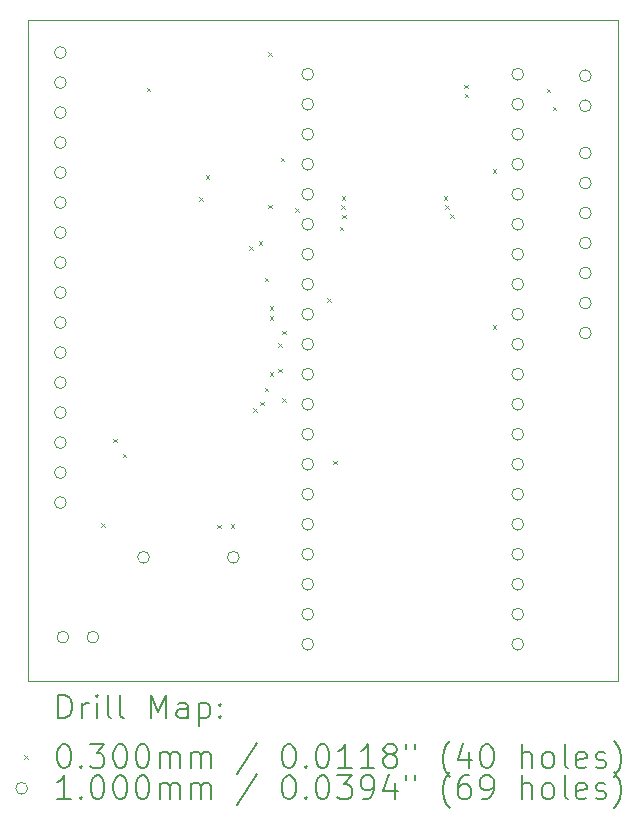
<source format=gbr>
%TF.GenerationSoftware,KiCad,Pcbnew,9.0.2*%
%TF.CreationDate,2025-07-08T19:24:18+03:00*%
%TF.ProjectId,PCB,5043422e-6b69-4636-9164-5f7063625858,rev?*%
%TF.SameCoordinates,Original*%
%TF.FileFunction,Drillmap*%
%TF.FilePolarity,Positive*%
%FSLAX45Y45*%
G04 Gerber Fmt 4.5, Leading zero omitted, Abs format (unit mm)*
G04 Created by KiCad (PCBNEW 9.0.2) date 2025-07-08 19:24:18*
%MOMM*%
%LPD*%
G01*
G04 APERTURE LIST*
%ADD10C,0.038100*%
%ADD11C,0.200000*%
%ADD12C,0.100000*%
G04 APERTURE END LIST*
D10*
X11400000Y-10600000D02*
X11400000Y-5000000D01*
X16400000Y-5000000D02*
X16400000Y-10600000D01*
X16400000Y-10600000D02*
X11400000Y-10600000D01*
X11400000Y-5000000D02*
X16400000Y-5000000D01*
D11*
D12*
X12021250Y-9261250D02*
X12051250Y-9291250D01*
X12051250Y-9261250D02*
X12021250Y-9291250D01*
X12125000Y-8545000D02*
X12155000Y-8575000D01*
X12155000Y-8545000D02*
X12125000Y-8575000D01*
X12202500Y-8675000D02*
X12232500Y-8705000D01*
X12232500Y-8675000D02*
X12202500Y-8705000D01*
X12405000Y-5575000D02*
X12435000Y-5605000D01*
X12435000Y-5575000D02*
X12405000Y-5605000D01*
X12852300Y-6503800D02*
X12882300Y-6533800D01*
X12882300Y-6503800D02*
X12852300Y-6533800D01*
X12905000Y-6315000D02*
X12935000Y-6345000D01*
X12935000Y-6315000D02*
X12905000Y-6345000D01*
X13005000Y-9275000D02*
X13035000Y-9305000D01*
X13035000Y-9275000D02*
X13005000Y-9305000D01*
X13120000Y-9270000D02*
X13150000Y-9300000D01*
X13150000Y-9270000D02*
X13120000Y-9300000D01*
X13275000Y-6915000D02*
X13305000Y-6945000D01*
X13305000Y-6915000D02*
X13275000Y-6945000D01*
X13310000Y-8290000D02*
X13340000Y-8320000D01*
X13340000Y-8290000D02*
X13310000Y-8320000D01*
X13355000Y-6875000D02*
X13385000Y-6905000D01*
X13385000Y-6875000D02*
X13355000Y-6905000D01*
X13367700Y-8235000D02*
X13397700Y-8265000D01*
X13397700Y-8235000D02*
X13367700Y-8265000D01*
X13407700Y-7185000D02*
X13437700Y-7215000D01*
X13437700Y-7185000D02*
X13407700Y-7215000D01*
X13407700Y-8115000D02*
X13437700Y-8145000D01*
X13437700Y-8115000D02*
X13407700Y-8145000D01*
X13435000Y-5275000D02*
X13465000Y-5305000D01*
X13465000Y-5275000D02*
X13435000Y-5305000D01*
X13435000Y-6565000D02*
X13465000Y-6595000D01*
X13465000Y-6565000D02*
X13435000Y-6595000D01*
X13447700Y-7425000D02*
X13477700Y-7455000D01*
X13477700Y-7425000D02*
X13447700Y-7455000D01*
X13447700Y-7508065D02*
X13477700Y-7538065D01*
X13477700Y-7508065D02*
X13447700Y-7538065D01*
X13447700Y-7985000D02*
X13477700Y-8015000D01*
X13477700Y-7985000D02*
X13447700Y-8015000D01*
X13522300Y-7740000D02*
X13552300Y-7770000D01*
X13552300Y-7740000D02*
X13522300Y-7770000D01*
X13522300Y-7955000D02*
X13552300Y-7985000D01*
X13552300Y-7955000D02*
X13522300Y-7985000D01*
X13542500Y-6167500D02*
X13572500Y-6197500D01*
X13572500Y-6167500D02*
X13542500Y-6197500D01*
X13555000Y-8205000D02*
X13585000Y-8235000D01*
X13585000Y-8205000D02*
X13555000Y-8235000D01*
X13555100Y-7632265D02*
X13585100Y-7662265D01*
X13585100Y-7632265D02*
X13555100Y-7662265D01*
X13665000Y-6595000D02*
X13695000Y-6625000D01*
X13695000Y-6595000D02*
X13665000Y-6625000D01*
X13935000Y-7355000D02*
X13965000Y-7385000D01*
X13965000Y-7355000D02*
X13935000Y-7385000D01*
X13987800Y-8732200D02*
X14017800Y-8762200D01*
X14017800Y-8732200D02*
X13987800Y-8762200D01*
X14040500Y-6750000D02*
X14070500Y-6780000D01*
X14070500Y-6750000D02*
X14040500Y-6780000D01*
X14054814Y-6567551D02*
X14084814Y-6597551D01*
X14084814Y-6567551D02*
X14054814Y-6597551D01*
X14056601Y-6494873D02*
X14086601Y-6524873D01*
X14086601Y-6494873D02*
X14056601Y-6524873D01*
X14060000Y-6650000D02*
X14090000Y-6680000D01*
X14090000Y-6650000D02*
X14060000Y-6680000D01*
X14920000Y-6494873D02*
X14950000Y-6524873D01*
X14950000Y-6494873D02*
X14920000Y-6524873D01*
X14935000Y-6570000D02*
X14965000Y-6600000D01*
X14965000Y-6570000D02*
X14935000Y-6600000D01*
X14975000Y-6645000D02*
X15005000Y-6675000D01*
X15005000Y-6645000D02*
X14975000Y-6675000D01*
X15094600Y-5549865D02*
X15124600Y-5579865D01*
X15124600Y-5549865D02*
X15094600Y-5579865D01*
X15099147Y-5625853D02*
X15129147Y-5655853D01*
X15129147Y-5625853D02*
X15099147Y-5655853D01*
X15335000Y-6265000D02*
X15365000Y-6295000D01*
X15365000Y-6265000D02*
X15335000Y-6295000D01*
X15335000Y-7585000D02*
X15365000Y-7615000D01*
X15365000Y-7585000D02*
X15335000Y-7615000D01*
X15795000Y-5585000D02*
X15825000Y-5615000D01*
X15825000Y-5585000D02*
X15795000Y-5615000D01*
X15845000Y-5735000D02*
X15875000Y-5765000D01*
X15875000Y-5735000D02*
X15845000Y-5765000D01*
X11726000Y-5277000D02*
G75*
G02*
X11626000Y-5277000I-50000J0D01*
G01*
X11626000Y-5277000D02*
G75*
G02*
X11726000Y-5277000I50000J0D01*
G01*
X11726000Y-5531000D02*
G75*
G02*
X11626000Y-5531000I-50000J0D01*
G01*
X11626000Y-5531000D02*
G75*
G02*
X11726000Y-5531000I50000J0D01*
G01*
X11726000Y-5785000D02*
G75*
G02*
X11626000Y-5785000I-50000J0D01*
G01*
X11626000Y-5785000D02*
G75*
G02*
X11726000Y-5785000I50000J0D01*
G01*
X11726000Y-6039000D02*
G75*
G02*
X11626000Y-6039000I-50000J0D01*
G01*
X11626000Y-6039000D02*
G75*
G02*
X11726000Y-6039000I50000J0D01*
G01*
X11726000Y-6293000D02*
G75*
G02*
X11626000Y-6293000I-50000J0D01*
G01*
X11626000Y-6293000D02*
G75*
G02*
X11726000Y-6293000I50000J0D01*
G01*
X11726000Y-6547000D02*
G75*
G02*
X11626000Y-6547000I-50000J0D01*
G01*
X11626000Y-6547000D02*
G75*
G02*
X11726000Y-6547000I50000J0D01*
G01*
X11726000Y-6801000D02*
G75*
G02*
X11626000Y-6801000I-50000J0D01*
G01*
X11626000Y-6801000D02*
G75*
G02*
X11726000Y-6801000I50000J0D01*
G01*
X11726000Y-7055000D02*
G75*
G02*
X11626000Y-7055000I-50000J0D01*
G01*
X11626000Y-7055000D02*
G75*
G02*
X11726000Y-7055000I50000J0D01*
G01*
X11726000Y-7309000D02*
G75*
G02*
X11626000Y-7309000I-50000J0D01*
G01*
X11626000Y-7309000D02*
G75*
G02*
X11726000Y-7309000I50000J0D01*
G01*
X11726000Y-7563000D02*
G75*
G02*
X11626000Y-7563000I-50000J0D01*
G01*
X11626000Y-7563000D02*
G75*
G02*
X11726000Y-7563000I50000J0D01*
G01*
X11726000Y-7817000D02*
G75*
G02*
X11626000Y-7817000I-50000J0D01*
G01*
X11626000Y-7817000D02*
G75*
G02*
X11726000Y-7817000I50000J0D01*
G01*
X11726000Y-8071000D02*
G75*
G02*
X11626000Y-8071000I-50000J0D01*
G01*
X11626000Y-8071000D02*
G75*
G02*
X11726000Y-8071000I50000J0D01*
G01*
X11726000Y-8325000D02*
G75*
G02*
X11626000Y-8325000I-50000J0D01*
G01*
X11626000Y-8325000D02*
G75*
G02*
X11726000Y-8325000I50000J0D01*
G01*
X11726000Y-8579000D02*
G75*
G02*
X11626000Y-8579000I-50000J0D01*
G01*
X11626000Y-8579000D02*
G75*
G02*
X11726000Y-8579000I50000J0D01*
G01*
X11726000Y-8833000D02*
G75*
G02*
X11626000Y-8833000I-50000J0D01*
G01*
X11626000Y-8833000D02*
G75*
G02*
X11726000Y-8833000I50000J0D01*
G01*
X11726000Y-9087000D02*
G75*
G02*
X11626000Y-9087000I-50000J0D01*
G01*
X11626000Y-9087000D02*
G75*
G02*
X11726000Y-9087000I50000J0D01*
G01*
X11746800Y-10225800D02*
G75*
G02*
X11646800Y-10225800I-50000J0D01*
G01*
X11646800Y-10225800D02*
G75*
G02*
X11746800Y-10225800I50000J0D01*
G01*
X12000800Y-10225800D02*
G75*
G02*
X11900800Y-10225800I-50000J0D01*
G01*
X11900800Y-10225800D02*
G75*
G02*
X12000800Y-10225800I50000J0D01*
G01*
X12430000Y-9550000D02*
G75*
G02*
X12330000Y-9550000I-50000J0D01*
G01*
X12330000Y-9550000D02*
G75*
G02*
X12430000Y-9550000I50000J0D01*
G01*
X13190000Y-9550000D02*
G75*
G02*
X13090000Y-9550000I-50000J0D01*
G01*
X13090000Y-9550000D02*
G75*
G02*
X13190000Y-9550000I50000J0D01*
G01*
X13820000Y-5460000D02*
G75*
G02*
X13720000Y-5460000I-50000J0D01*
G01*
X13720000Y-5460000D02*
G75*
G02*
X13820000Y-5460000I50000J0D01*
G01*
X13820000Y-5714000D02*
G75*
G02*
X13720000Y-5714000I-50000J0D01*
G01*
X13720000Y-5714000D02*
G75*
G02*
X13820000Y-5714000I50000J0D01*
G01*
X13820000Y-5968000D02*
G75*
G02*
X13720000Y-5968000I-50000J0D01*
G01*
X13720000Y-5968000D02*
G75*
G02*
X13820000Y-5968000I50000J0D01*
G01*
X13820000Y-6222000D02*
G75*
G02*
X13720000Y-6222000I-50000J0D01*
G01*
X13720000Y-6222000D02*
G75*
G02*
X13820000Y-6222000I50000J0D01*
G01*
X13820000Y-6476000D02*
G75*
G02*
X13720000Y-6476000I-50000J0D01*
G01*
X13720000Y-6476000D02*
G75*
G02*
X13820000Y-6476000I50000J0D01*
G01*
X13820000Y-6730000D02*
G75*
G02*
X13720000Y-6730000I-50000J0D01*
G01*
X13720000Y-6730000D02*
G75*
G02*
X13820000Y-6730000I50000J0D01*
G01*
X13820000Y-6984000D02*
G75*
G02*
X13720000Y-6984000I-50000J0D01*
G01*
X13720000Y-6984000D02*
G75*
G02*
X13820000Y-6984000I50000J0D01*
G01*
X13820000Y-7238000D02*
G75*
G02*
X13720000Y-7238000I-50000J0D01*
G01*
X13720000Y-7238000D02*
G75*
G02*
X13820000Y-7238000I50000J0D01*
G01*
X13820000Y-7492000D02*
G75*
G02*
X13720000Y-7492000I-50000J0D01*
G01*
X13720000Y-7492000D02*
G75*
G02*
X13820000Y-7492000I50000J0D01*
G01*
X13820000Y-7746000D02*
G75*
G02*
X13720000Y-7746000I-50000J0D01*
G01*
X13720000Y-7746000D02*
G75*
G02*
X13820000Y-7746000I50000J0D01*
G01*
X13820000Y-8000000D02*
G75*
G02*
X13720000Y-8000000I-50000J0D01*
G01*
X13720000Y-8000000D02*
G75*
G02*
X13820000Y-8000000I50000J0D01*
G01*
X13820000Y-8254000D02*
G75*
G02*
X13720000Y-8254000I-50000J0D01*
G01*
X13720000Y-8254000D02*
G75*
G02*
X13820000Y-8254000I50000J0D01*
G01*
X13820000Y-8508000D02*
G75*
G02*
X13720000Y-8508000I-50000J0D01*
G01*
X13720000Y-8508000D02*
G75*
G02*
X13820000Y-8508000I50000J0D01*
G01*
X13820000Y-8762000D02*
G75*
G02*
X13720000Y-8762000I-50000J0D01*
G01*
X13720000Y-8762000D02*
G75*
G02*
X13820000Y-8762000I50000J0D01*
G01*
X13820000Y-9016000D02*
G75*
G02*
X13720000Y-9016000I-50000J0D01*
G01*
X13720000Y-9016000D02*
G75*
G02*
X13820000Y-9016000I50000J0D01*
G01*
X13820000Y-9270000D02*
G75*
G02*
X13720000Y-9270000I-50000J0D01*
G01*
X13720000Y-9270000D02*
G75*
G02*
X13820000Y-9270000I50000J0D01*
G01*
X13820000Y-9524000D02*
G75*
G02*
X13720000Y-9524000I-50000J0D01*
G01*
X13720000Y-9524000D02*
G75*
G02*
X13820000Y-9524000I50000J0D01*
G01*
X13820000Y-9778000D02*
G75*
G02*
X13720000Y-9778000I-50000J0D01*
G01*
X13720000Y-9778000D02*
G75*
G02*
X13820000Y-9778000I50000J0D01*
G01*
X13820000Y-10032000D02*
G75*
G02*
X13720000Y-10032000I-50000J0D01*
G01*
X13720000Y-10032000D02*
G75*
G02*
X13820000Y-10032000I50000J0D01*
G01*
X13820000Y-10286000D02*
G75*
G02*
X13720000Y-10286000I-50000J0D01*
G01*
X13720000Y-10286000D02*
G75*
G02*
X13820000Y-10286000I50000J0D01*
G01*
X15598000Y-5460000D02*
G75*
G02*
X15498000Y-5460000I-50000J0D01*
G01*
X15498000Y-5460000D02*
G75*
G02*
X15598000Y-5460000I50000J0D01*
G01*
X15598000Y-5714000D02*
G75*
G02*
X15498000Y-5714000I-50000J0D01*
G01*
X15498000Y-5714000D02*
G75*
G02*
X15598000Y-5714000I50000J0D01*
G01*
X15598000Y-5968000D02*
G75*
G02*
X15498000Y-5968000I-50000J0D01*
G01*
X15498000Y-5968000D02*
G75*
G02*
X15598000Y-5968000I50000J0D01*
G01*
X15598000Y-6222000D02*
G75*
G02*
X15498000Y-6222000I-50000J0D01*
G01*
X15498000Y-6222000D02*
G75*
G02*
X15598000Y-6222000I50000J0D01*
G01*
X15598000Y-6476000D02*
G75*
G02*
X15498000Y-6476000I-50000J0D01*
G01*
X15498000Y-6476000D02*
G75*
G02*
X15598000Y-6476000I50000J0D01*
G01*
X15598000Y-6730000D02*
G75*
G02*
X15498000Y-6730000I-50000J0D01*
G01*
X15498000Y-6730000D02*
G75*
G02*
X15598000Y-6730000I50000J0D01*
G01*
X15598000Y-6984000D02*
G75*
G02*
X15498000Y-6984000I-50000J0D01*
G01*
X15498000Y-6984000D02*
G75*
G02*
X15598000Y-6984000I50000J0D01*
G01*
X15598000Y-7238000D02*
G75*
G02*
X15498000Y-7238000I-50000J0D01*
G01*
X15498000Y-7238000D02*
G75*
G02*
X15598000Y-7238000I50000J0D01*
G01*
X15598000Y-7492000D02*
G75*
G02*
X15498000Y-7492000I-50000J0D01*
G01*
X15498000Y-7492000D02*
G75*
G02*
X15598000Y-7492000I50000J0D01*
G01*
X15598000Y-7746000D02*
G75*
G02*
X15498000Y-7746000I-50000J0D01*
G01*
X15498000Y-7746000D02*
G75*
G02*
X15598000Y-7746000I50000J0D01*
G01*
X15598000Y-8000000D02*
G75*
G02*
X15498000Y-8000000I-50000J0D01*
G01*
X15498000Y-8000000D02*
G75*
G02*
X15598000Y-8000000I50000J0D01*
G01*
X15598000Y-8254000D02*
G75*
G02*
X15498000Y-8254000I-50000J0D01*
G01*
X15498000Y-8254000D02*
G75*
G02*
X15598000Y-8254000I50000J0D01*
G01*
X15598000Y-8508000D02*
G75*
G02*
X15498000Y-8508000I-50000J0D01*
G01*
X15498000Y-8508000D02*
G75*
G02*
X15598000Y-8508000I50000J0D01*
G01*
X15598000Y-8762000D02*
G75*
G02*
X15498000Y-8762000I-50000J0D01*
G01*
X15498000Y-8762000D02*
G75*
G02*
X15598000Y-8762000I50000J0D01*
G01*
X15598000Y-9016000D02*
G75*
G02*
X15498000Y-9016000I-50000J0D01*
G01*
X15498000Y-9016000D02*
G75*
G02*
X15598000Y-9016000I50000J0D01*
G01*
X15598000Y-9270000D02*
G75*
G02*
X15498000Y-9270000I-50000J0D01*
G01*
X15498000Y-9270000D02*
G75*
G02*
X15598000Y-9270000I50000J0D01*
G01*
X15598000Y-9524000D02*
G75*
G02*
X15498000Y-9524000I-50000J0D01*
G01*
X15498000Y-9524000D02*
G75*
G02*
X15598000Y-9524000I50000J0D01*
G01*
X15598000Y-9778000D02*
G75*
G02*
X15498000Y-9778000I-50000J0D01*
G01*
X15498000Y-9778000D02*
G75*
G02*
X15598000Y-9778000I50000J0D01*
G01*
X15598000Y-10032000D02*
G75*
G02*
X15498000Y-10032000I-50000J0D01*
G01*
X15498000Y-10032000D02*
G75*
G02*
X15598000Y-10032000I50000J0D01*
G01*
X15598000Y-10286000D02*
G75*
G02*
X15498000Y-10286000I-50000J0D01*
G01*
X15498000Y-10286000D02*
G75*
G02*
X15598000Y-10286000I50000J0D01*
G01*
X16170000Y-5473500D02*
G75*
G02*
X16070000Y-5473500I-50000J0D01*
G01*
X16070000Y-5473500D02*
G75*
G02*
X16170000Y-5473500I50000J0D01*
G01*
X16170000Y-5727500D02*
G75*
G02*
X16070000Y-5727500I-50000J0D01*
G01*
X16070000Y-5727500D02*
G75*
G02*
X16170000Y-5727500I50000J0D01*
G01*
X16170000Y-6128000D02*
G75*
G02*
X16070000Y-6128000I-50000J0D01*
G01*
X16070000Y-6128000D02*
G75*
G02*
X16170000Y-6128000I50000J0D01*
G01*
X16170000Y-6382000D02*
G75*
G02*
X16070000Y-6382000I-50000J0D01*
G01*
X16070000Y-6382000D02*
G75*
G02*
X16170000Y-6382000I50000J0D01*
G01*
X16170000Y-6636000D02*
G75*
G02*
X16070000Y-6636000I-50000J0D01*
G01*
X16070000Y-6636000D02*
G75*
G02*
X16170000Y-6636000I50000J0D01*
G01*
X16170000Y-6890000D02*
G75*
G02*
X16070000Y-6890000I-50000J0D01*
G01*
X16070000Y-6890000D02*
G75*
G02*
X16170000Y-6890000I50000J0D01*
G01*
X16170000Y-7144000D02*
G75*
G02*
X16070000Y-7144000I-50000J0D01*
G01*
X16070000Y-7144000D02*
G75*
G02*
X16170000Y-7144000I50000J0D01*
G01*
X16170000Y-7398000D02*
G75*
G02*
X16070000Y-7398000I-50000J0D01*
G01*
X16070000Y-7398000D02*
G75*
G02*
X16170000Y-7398000I50000J0D01*
G01*
X16170000Y-7652000D02*
G75*
G02*
X16070000Y-7652000I-50000J0D01*
G01*
X16070000Y-7652000D02*
G75*
G02*
X16170000Y-7652000I50000J0D01*
G01*
D11*
X11658872Y-10913389D02*
X11658872Y-10713389D01*
X11658872Y-10713389D02*
X11706491Y-10713389D01*
X11706491Y-10713389D02*
X11735062Y-10722913D01*
X11735062Y-10722913D02*
X11754110Y-10741960D01*
X11754110Y-10741960D02*
X11763634Y-10761008D01*
X11763634Y-10761008D02*
X11773157Y-10799103D01*
X11773157Y-10799103D02*
X11773157Y-10827675D01*
X11773157Y-10827675D02*
X11763634Y-10865770D01*
X11763634Y-10865770D02*
X11754110Y-10884817D01*
X11754110Y-10884817D02*
X11735062Y-10903865D01*
X11735062Y-10903865D02*
X11706491Y-10913389D01*
X11706491Y-10913389D02*
X11658872Y-10913389D01*
X11858872Y-10913389D02*
X11858872Y-10780055D01*
X11858872Y-10818151D02*
X11868396Y-10799103D01*
X11868396Y-10799103D02*
X11877919Y-10789579D01*
X11877919Y-10789579D02*
X11896967Y-10780055D01*
X11896967Y-10780055D02*
X11916015Y-10780055D01*
X11982681Y-10913389D02*
X11982681Y-10780055D01*
X11982681Y-10713389D02*
X11973157Y-10722913D01*
X11973157Y-10722913D02*
X11982681Y-10732436D01*
X11982681Y-10732436D02*
X11992205Y-10722913D01*
X11992205Y-10722913D02*
X11982681Y-10713389D01*
X11982681Y-10713389D02*
X11982681Y-10732436D01*
X12106491Y-10913389D02*
X12087443Y-10903865D01*
X12087443Y-10903865D02*
X12077919Y-10884817D01*
X12077919Y-10884817D02*
X12077919Y-10713389D01*
X12211253Y-10913389D02*
X12192205Y-10903865D01*
X12192205Y-10903865D02*
X12182681Y-10884817D01*
X12182681Y-10884817D02*
X12182681Y-10713389D01*
X12439824Y-10913389D02*
X12439824Y-10713389D01*
X12439824Y-10713389D02*
X12506491Y-10856246D01*
X12506491Y-10856246D02*
X12573157Y-10713389D01*
X12573157Y-10713389D02*
X12573157Y-10913389D01*
X12754110Y-10913389D02*
X12754110Y-10808627D01*
X12754110Y-10808627D02*
X12744586Y-10789579D01*
X12744586Y-10789579D02*
X12725538Y-10780055D01*
X12725538Y-10780055D02*
X12687443Y-10780055D01*
X12687443Y-10780055D02*
X12668396Y-10789579D01*
X12754110Y-10903865D02*
X12735062Y-10913389D01*
X12735062Y-10913389D02*
X12687443Y-10913389D01*
X12687443Y-10913389D02*
X12668396Y-10903865D01*
X12668396Y-10903865D02*
X12658872Y-10884817D01*
X12658872Y-10884817D02*
X12658872Y-10865770D01*
X12658872Y-10865770D02*
X12668396Y-10846722D01*
X12668396Y-10846722D02*
X12687443Y-10837198D01*
X12687443Y-10837198D02*
X12735062Y-10837198D01*
X12735062Y-10837198D02*
X12754110Y-10827675D01*
X12849348Y-10780055D02*
X12849348Y-10980055D01*
X12849348Y-10789579D02*
X12868396Y-10780055D01*
X12868396Y-10780055D02*
X12906491Y-10780055D01*
X12906491Y-10780055D02*
X12925538Y-10789579D01*
X12925538Y-10789579D02*
X12935062Y-10799103D01*
X12935062Y-10799103D02*
X12944586Y-10818151D01*
X12944586Y-10818151D02*
X12944586Y-10875294D01*
X12944586Y-10875294D02*
X12935062Y-10894341D01*
X12935062Y-10894341D02*
X12925538Y-10903865D01*
X12925538Y-10903865D02*
X12906491Y-10913389D01*
X12906491Y-10913389D02*
X12868396Y-10913389D01*
X12868396Y-10913389D02*
X12849348Y-10903865D01*
X13030300Y-10894341D02*
X13039824Y-10903865D01*
X13039824Y-10903865D02*
X13030300Y-10913389D01*
X13030300Y-10913389D02*
X13020777Y-10903865D01*
X13020777Y-10903865D02*
X13030300Y-10894341D01*
X13030300Y-10894341D02*
X13030300Y-10913389D01*
X13030300Y-10789579D02*
X13039824Y-10799103D01*
X13039824Y-10799103D02*
X13030300Y-10808627D01*
X13030300Y-10808627D02*
X13020777Y-10799103D01*
X13020777Y-10799103D02*
X13030300Y-10789579D01*
X13030300Y-10789579D02*
X13030300Y-10808627D01*
D12*
X11368095Y-11226905D02*
X11398095Y-11256905D01*
X11398095Y-11226905D02*
X11368095Y-11256905D01*
D11*
X11696967Y-11133389D02*
X11716015Y-11133389D01*
X11716015Y-11133389D02*
X11735062Y-11142913D01*
X11735062Y-11142913D02*
X11744586Y-11152436D01*
X11744586Y-11152436D02*
X11754110Y-11171484D01*
X11754110Y-11171484D02*
X11763634Y-11209579D01*
X11763634Y-11209579D02*
X11763634Y-11257198D01*
X11763634Y-11257198D02*
X11754110Y-11295293D01*
X11754110Y-11295293D02*
X11744586Y-11314341D01*
X11744586Y-11314341D02*
X11735062Y-11323865D01*
X11735062Y-11323865D02*
X11716015Y-11333389D01*
X11716015Y-11333389D02*
X11696967Y-11333389D01*
X11696967Y-11333389D02*
X11677919Y-11323865D01*
X11677919Y-11323865D02*
X11668396Y-11314341D01*
X11668396Y-11314341D02*
X11658872Y-11295293D01*
X11658872Y-11295293D02*
X11649348Y-11257198D01*
X11649348Y-11257198D02*
X11649348Y-11209579D01*
X11649348Y-11209579D02*
X11658872Y-11171484D01*
X11658872Y-11171484D02*
X11668396Y-11152436D01*
X11668396Y-11152436D02*
X11677919Y-11142913D01*
X11677919Y-11142913D02*
X11696967Y-11133389D01*
X11849348Y-11314341D02*
X11858872Y-11323865D01*
X11858872Y-11323865D02*
X11849348Y-11333389D01*
X11849348Y-11333389D02*
X11839824Y-11323865D01*
X11839824Y-11323865D02*
X11849348Y-11314341D01*
X11849348Y-11314341D02*
X11849348Y-11333389D01*
X11925538Y-11133389D02*
X12049348Y-11133389D01*
X12049348Y-11133389D02*
X11982681Y-11209579D01*
X11982681Y-11209579D02*
X12011253Y-11209579D01*
X12011253Y-11209579D02*
X12030300Y-11219103D01*
X12030300Y-11219103D02*
X12039824Y-11228627D01*
X12039824Y-11228627D02*
X12049348Y-11247674D01*
X12049348Y-11247674D02*
X12049348Y-11295293D01*
X12049348Y-11295293D02*
X12039824Y-11314341D01*
X12039824Y-11314341D02*
X12030300Y-11323865D01*
X12030300Y-11323865D02*
X12011253Y-11333389D01*
X12011253Y-11333389D02*
X11954110Y-11333389D01*
X11954110Y-11333389D02*
X11935062Y-11323865D01*
X11935062Y-11323865D02*
X11925538Y-11314341D01*
X12173157Y-11133389D02*
X12192205Y-11133389D01*
X12192205Y-11133389D02*
X12211253Y-11142913D01*
X12211253Y-11142913D02*
X12220777Y-11152436D01*
X12220777Y-11152436D02*
X12230300Y-11171484D01*
X12230300Y-11171484D02*
X12239824Y-11209579D01*
X12239824Y-11209579D02*
X12239824Y-11257198D01*
X12239824Y-11257198D02*
X12230300Y-11295293D01*
X12230300Y-11295293D02*
X12220777Y-11314341D01*
X12220777Y-11314341D02*
X12211253Y-11323865D01*
X12211253Y-11323865D02*
X12192205Y-11333389D01*
X12192205Y-11333389D02*
X12173157Y-11333389D01*
X12173157Y-11333389D02*
X12154110Y-11323865D01*
X12154110Y-11323865D02*
X12144586Y-11314341D01*
X12144586Y-11314341D02*
X12135062Y-11295293D01*
X12135062Y-11295293D02*
X12125538Y-11257198D01*
X12125538Y-11257198D02*
X12125538Y-11209579D01*
X12125538Y-11209579D02*
X12135062Y-11171484D01*
X12135062Y-11171484D02*
X12144586Y-11152436D01*
X12144586Y-11152436D02*
X12154110Y-11142913D01*
X12154110Y-11142913D02*
X12173157Y-11133389D01*
X12363634Y-11133389D02*
X12382681Y-11133389D01*
X12382681Y-11133389D02*
X12401729Y-11142913D01*
X12401729Y-11142913D02*
X12411253Y-11152436D01*
X12411253Y-11152436D02*
X12420777Y-11171484D01*
X12420777Y-11171484D02*
X12430300Y-11209579D01*
X12430300Y-11209579D02*
X12430300Y-11257198D01*
X12430300Y-11257198D02*
X12420777Y-11295293D01*
X12420777Y-11295293D02*
X12411253Y-11314341D01*
X12411253Y-11314341D02*
X12401729Y-11323865D01*
X12401729Y-11323865D02*
X12382681Y-11333389D01*
X12382681Y-11333389D02*
X12363634Y-11333389D01*
X12363634Y-11333389D02*
X12344586Y-11323865D01*
X12344586Y-11323865D02*
X12335062Y-11314341D01*
X12335062Y-11314341D02*
X12325538Y-11295293D01*
X12325538Y-11295293D02*
X12316015Y-11257198D01*
X12316015Y-11257198D02*
X12316015Y-11209579D01*
X12316015Y-11209579D02*
X12325538Y-11171484D01*
X12325538Y-11171484D02*
X12335062Y-11152436D01*
X12335062Y-11152436D02*
X12344586Y-11142913D01*
X12344586Y-11142913D02*
X12363634Y-11133389D01*
X12516015Y-11333389D02*
X12516015Y-11200055D01*
X12516015Y-11219103D02*
X12525538Y-11209579D01*
X12525538Y-11209579D02*
X12544586Y-11200055D01*
X12544586Y-11200055D02*
X12573158Y-11200055D01*
X12573158Y-11200055D02*
X12592205Y-11209579D01*
X12592205Y-11209579D02*
X12601729Y-11228627D01*
X12601729Y-11228627D02*
X12601729Y-11333389D01*
X12601729Y-11228627D02*
X12611253Y-11209579D01*
X12611253Y-11209579D02*
X12630300Y-11200055D01*
X12630300Y-11200055D02*
X12658872Y-11200055D01*
X12658872Y-11200055D02*
X12677919Y-11209579D01*
X12677919Y-11209579D02*
X12687443Y-11228627D01*
X12687443Y-11228627D02*
X12687443Y-11333389D01*
X12782681Y-11333389D02*
X12782681Y-11200055D01*
X12782681Y-11219103D02*
X12792205Y-11209579D01*
X12792205Y-11209579D02*
X12811253Y-11200055D01*
X12811253Y-11200055D02*
X12839824Y-11200055D01*
X12839824Y-11200055D02*
X12858872Y-11209579D01*
X12858872Y-11209579D02*
X12868396Y-11228627D01*
X12868396Y-11228627D02*
X12868396Y-11333389D01*
X12868396Y-11228627D02*
X12877919Y-11209579D01*
X12877919Y-11209579D02*
X12896967Y-11200055D01*
X12896967Y-11200055D02*
X12925538Y-11200055D01*
X12925538Y-11200055D02*
X12944586Y-11209579D01*
X12944586Y-11209579D02*
X12954110Y-11228627D01*
X12954110Y-11228627D02*
X12954110Y-11333389D01*
X13344586Y-11123865D02*
X13173158Y-11381008D01*
X13601729Y-11133389D02*
X13620777Y-11133389D01*
X13620777Y-11133389D02*
X13639824Y-11142913D01*
X13639824Y-11142913D02*
X13649348Y-11152436D01*
X13649348Y-11152436D02*
X13658872Y-11171484D01*
X13658872Y-11171484D02*
X13668396Y-11209579D01*
X13668396Y-11209579D02*
X13668396Y-11257198D01*
X13668396Y-11257198D02*
X13658872Y-11295293D01*
X13658872Y-11295293D02*
X13649348Y-11314341D01*
X13649348Y-11314341D02*
X13639824Y-11323865D01*
X13639824Y-11323865D02*
X13620777Y-11333389D01*
X13620777Y-11333389D02*
X13601729Y-11333389D01*
X13601729Y-11333389D02*
X13582681Y-11323865D01*
X13582681Y-11323865D02*
X13573158Y-11314341D01*
X13573158Y-11314341D02*
X13563634Y-11295293D01*
X13563634Y-11295293D02*
X13554110Y-11257198D01*
X13554110Y-11257198D02*
X13554110Y-11209579D01*
X13554110Y-11209579D02*
X13563634Y-11171484D01*
X13563634Y-11171484D02*
X13573158Y-11152436D01*
X13573158Y-11152436D02*
X13582681Y-11142913D01*
X13582681Y-11142913D02*
X13601729Y-11133389D01*
X13754110Y-11314341D02*
X13763634Y-11323865D01*
X13763634Y-11323865D02*
X13754110Y-11333389D01*
X13754110Y-11333389D02*
X13744586Y-11323865D01*
X13744586Y-11323865D02*
X13754110Y-11314341D01*
X13754110Y-11314341D02*
X13754110Y-11333389D01*
X13887443Y-11133389D02*
X13906491Y-11133389D01*
X13906491Y-11133389D02*
X13925539Y-11142913D01*
X13925539Y-11142913D02*
X13935062Y-11152436D01*
X13935062Y-11152436D02*
X13944586Y-11171484D01*
X13944586Y-11171484D02*
X13954110Y-11209579D01*
X13954110Y-11209579D02*
X13954110Y-11257198D01*
X13954110Y-11257198D02*
X13944586Y-11295293D01*
X13944586Y-11295293D02*
X13935062Y-11314341D01*
X13935062Y-11314341D02*
X13925539Y-11323865D01*
X13925539Y-11323865D02*
X13906491Y-11333389D01*
X13906491Y-11333389D02*
X13887443Y-11333389D01*
X13887443Y-11333389D02*
X13868396Y-11323865D01*
X13868396Y-11323865D02*
X13858872Y-11314341D01*
X13858872Y-11314341D02*
X13849348Y-11295293D01*
X13849348Y-11295293D02*
X13839824Y-11257198D01*
X13839824Y-11257198D02*
X13839824Y-11209579D01*
X13839824Y-11209579D02*
X13849348Y-11171484D01*
X13849348Y-11171484D02*
X13858872Y-11152436D01*
X13858872Y-11152436D02*
X13868396Y-11142913D01*
X13868396Y-11142913D02*
X13887443Y-11133389D01*
X14144586Y-11333389D02*
X14030301Y-11333389D01*
X14087443Y-11333389D02*
X14087443Y-11133389D01*
X14087443Y-11133389D02*
X14068396Y-11161960D01*
X14068396Y-11161960D02*
X14049348Y-11181008D01*
X14049348Y-11181008D02*
X14030301Y-11190532D01*
X14335062Y-11333389D02*
X14220777Y-11333389D01*
X14277920Y-11333389D02*
X14277920Y-11133389D01*
X14277920Y-11133389D02*
X14258872Y-11161960D01*
X14258872Y-11161960D02*
X14239824Y-11181008D01*
X14239824Y-11181008D02*
X14220777Y-11190532D01*
X14449348Y-11219103D02*
X14430301Y-11209579D01*
X14430301Y-11209579D02*
X14420777Y-11200055D01*
X14420777Y-11200055D02*
X14411253Y-11181008D01*
X14411253Y-11181008D02*
X14411253Y-11171484D01*
X14411253Y-11171484D02*
X14420777Y-11152436D01*
X14420777Y-11152436D02*
X14430301Y-11142913D01*
X14430301Y-11142913D02*
X14449348Y-11133389D01*
X14449348Y-11133389D02*
X14487443Y-11133389D01*
X14487443Y-11133389D02*
X14506491Y-11142913D01*
X14506491Y-11142913D02*
X14516015Y-11152436D01*
X14516015Y-11152436D02*
X14525539Y-11171484D01*
X14525539Y-11171484D02*
X14525539Y-11181008D01*
X14525539Y-11181008D02*
X14516015Y-11200055D01*
X14516015Y-11200055D02*
X14506491Y-11209579D01*
X14506491Y-11209579D02*
X14487443Y-11219103D01*
X14487443Y-11219103D02*
X14449348Y-11219103D01*
X14449348Y-11219103D02*
X14430301Y-11228627D01*
X14430301Y-11228627D02*
X14420777Y-11238151D01*
X14420777Y-11238151D02*
X14411253Y-11257198D01*
X14411253Y-11257198D02*
X14411253Y-11295293D01*
X14411253Y-11295293D02*
X14420777Y-11314341D01*
X14420777Y-11314341D02*
X14430301Y-11323865D01*
X14430301Y-11323865D02*
X14449348Y-11333389D01*
X14449348Y-11333389D02*
X14487443Y-11333389D01*
X14487443Y-11333389D02*
X14506491Y-11323865D01*
X14506491Y-11323865D02*
X14516015Y-11314341D01*
X14516015Y-11314341D02*
X14525539Y-11295293D01*
X14525539Y-11295293D02*
X14525539Y-11257198D01*
X14525539Y-11257198D02*
X14516015Y-11238151D01*
X14516015Y-11238151D02*
X14506491Y-11228627D01*
X14506491Y-11228627D02*
X14487443Y-11219103D01*
X14601729Y-11133389D02*
X14601729Y-11171484D01*
X14677920Y-11133389D02*
X14677920Y-11171484D01*
X14973158Y-11409579D02*
X14963634Y-11400055D01*
X14963634Y-11400055D02*
X14944586Y-11371484D01*
X14944586Y-11371484D02*
X14935063Y-11352436D01*
X14935063Y-11352436D02*
X14925539Y-11323865D01*
X14925539Y-11323865D02*
X14916015Y-11276246D01*
X14916015Y-11276246D02*
X14916015Y-11238151D01*
X14916015Y-11238151D02*
X14925539Y-11190532D01*
X14925539Y-11190532D02*
X14935063Y-11161960D01*
X14935063Y-11161960D02*
X14944586Y-11142913D01*
X14944586Y-11142913D02*
X14963634Y-11114341D01*
X14963634Y-11114341D02*
X14973158Y-11104817D01*
X15135063Y-11200055D02*
X15135063Y-11333389D01*
X15087443Y-11123865D02*
X15039824Y-11266722D01*
X15039824Y-11266722D02*
X15163634Y-11266722D01*
X15277920Y-11133389D02*
X15296967Y-11133389D01*
X15296967Y-11133389D02*
X15316015Y-11142913D01*
X15316015Y-11142913D02*
X15325539Y-11152436D01*
X15325539Y-11152436D02*
X15335063Y-11171484D01*
X15335063Y-11171484D02*
X15344586Y-11209579D01*
X15344586Y-11209579D02*
X15344586Y-11257198D01*
X15344586Y-11257198D02*
X15335063Y-11295293D01*
X15335063Y-11295293D02*
X15325539Y-11314341D01*
X15325539Y-11314341D02*
X15316015Y-11323865D01*
X15316015Y-11323865D02*
X15296967Y-11333389D01*
X15296967Y-11333389D02*
X15277920Y-11333389D01*
X15277920Y-11333389D02*
X15258872Y-11323865D01*
X15258872Y-11323865D02*
X15249348Y-11314341D01*
X15249348Y-11314341D02*
X15239824Y-11295293D01*
X15239824Y-11295293D02*
X15230301Y-11257198D01*
X15230301Y-11257198D02*
X15230301Y-11209579D01*
X15230301Y-11209579D02*
X15239824Y-11171484D01*
X15239824Y-11171484D02*
X15249348Y-11152436D01*
X15249348Y-11152436D02*
X15258872Y-11142913D01*
X15258872Y-11142913D02*
X15277920Y-11133389D01*
X15582682Y-11333389D02*
X15582682Y-11133389D01*
X15668396Y-11333389D02*
X15668396Y-11228627D01*
X15668396Y-11228627D02*
X15658872Y-11209579D01*
X15658872Y-11209579D02*
X15639825Y-11200055D01*
X15639825Y-11200055D02*
X15611253Y-11200055D01*
X15611253Y-11200055D02*
X15592205Y-11209579D01*
X15592205Y-11209579D02*
X15582682Y-11219103D01*
X15792205Y-11333389D02*
X15773158Y-11323865D01*
X15773158Y-11323865D02*
X15763634Y-11314341D01*
X15763634Y-11314341D02*
X15754110Y-11295293D01*
X15754110Y-11295293D02*
X15754110Y-11238151D01*
X15754110Y-11238151D02*
X15763634Y-11219103D01*
X15763634Y-11219103D02*
X15773158Y-11209579D01*
X15773158Y-11209579D02*
X15792205Y-11200055D01*
X15792205Y-11200055D02*
X15820777Y-11200055D01*
X15820777Y-11200055D02*
X15839825Y-11209579D01*
X15839825Y-11209579D02*
X15849348Y-11219103D01*
X15849348Y-11219103D02*
X15858872Y-11238151D01*
X15858872Y-11238151D02*
X15858872Y-11295293D01*
X15858872Y-11295293D02*
X15849348Y-11314341D01*
X15849348Y-11314341D02*
X15839825Y-11323865D01*
X15839825Y-11323865D02*
X15820777Y-11333389D01*
X15820777Y-11333389D02*
X15792205Y-11333389D01*
X15973158Y-11333389D02*
X15954110Y-11323865D01*
X15954110Y-11323865D02*
X15944586Y-11304817D01*
X15944586Y-11304817D02*
X15944586Y-11133389D01*
X16125539Y-11323865D02*
X16106491Y-11333389D01*
X16106491Y-11333389D02*
X16068396Y-11333389D01*
X16068396Y-11333389D02*
X16049348Y-11323865D01*
X16049348Y-11323865D02*
X16039825Y-11304817D01*
X16039825Y-11304817D02*
X16039825Y-11228627D01*
X16039825Y-11228627D02*
X16049348Y-11209579D01*
X16049348Y-11209579D02*
X16068396Y-11200055D01*
X16068396Y-11200055D02*
X16106491Y-11200055D01*
X16106491Y-11200055D02*
X16125539Y-11209579D01*
X16125539Y-11209579D02*
X16135063Y-11228627D01*
X16135063Y-11228627D02*
X16135063Y-11247674D01*
X16135063Y-11247674D02*
X16039825Y-11266722D01*
X16211253Y-11323865D02*
X16230301Y-11333389D01*
X16230301Y-11333389D02*
X16268396Y-11333389D01*
X16268396Y-11333389D02*
X16287444Y-11323865D01*
X16287444Y-11323865D02*
X16296967Y-11304817D01*
X16296967Y-11304817D02*
X16296967Y-11295293D01*
X16296967Y-11295293D02*
X16287444Y-11276246D01*
X16287444Y-11276246D02*
X16268396Y-11266722D01*
X16268396Y-11266722D02*
X16239825Y-11266722D01*
X16239825Y-11266722D02*
X16220777Y-11257198D01*
X16220777Y-11257198D02*
X16211253Y-11238151D01*
X16211253Y-11238151D02*
X16211253Y-11228627D01*
X16211253Y-11228627D02*
X16220777Y-11209579D01*
X16220777Y-11209579D02*
X16239825Y-11200055D01*
X16239825Y-11200055D02*
X16268396Y-11200055D01*
X16268396Y-11200055D02*
X16287444Y-11209579D01*
X16363634Y-11409579D02*
X16373158Y-11400055D01*
X16373158Y-11400055D02*
X16392206Y-11371484D01*
X16392206Y-11371484D02*
X16401729Y-11352436D01*
X16401729Y-11352436D02*
X16411253Y-11323865D01*
X16411253Y-11323865D02*
X16420777Y-11276246D01*
X16420777Y-11276246D02*
X16420777Y-11238151D01*
X16420777Y-11238151D02*
X16411253Y-11190532D01*
X16411253Y-11190532D02*
X16401729Y-11161960D01*
X16401729Y-11161960D02*
X16392206Y-11142913D01*
X16392206Y-11142913D02*
X16373158Y-11114341D01*
X16373158Y-11114341D02*
X16363634Y-11104817D01*
D12*
X11398095Y-11505905D02*
G75*
G02*
X11298095Y-11505905I-50000J0D01*
G01*
X11298095Y-11505905D02*
G75*
G02*
X11398095Y-11505905I50000J0D01*
G01*
D11*
X11763634Y-11597389D02*
X11649348Y-11597389D01*
X11706491Y-11597389D02*
X11706491Y-11397389D01*
X11706491Y-11397389D02*
X11687443Y-11425960D01*
X11687443Y-11425960D02*
X11668396Y-11445008D01*
X11668396Y-11445008D02*
X11649348Y-11454532D01*
X11849348Y-11578341D02*
X11858872Y-11587865D01*
X11858872Y-11587865D02*
X11849348Y-11597389D01*
X11849348Y-11597389D02*
X11839824Y-11587865D01*
X11839824Y-11587865D02*
X11849348Y-11578341D01*
X11849348Y-11578341D02*
X11849348Y-11597389D01*
X11982681Y-11397389D02*
X12001729Y-11397389D01*
X12001729Y-11397389D02*
X12020777Y-11406913D01*
X12020777Y-11406913D02*
X12030300Y-11416436D01*
X12030300Y-11416436D02*
X12039824Y-11435484D01*
X12039824Y-11435484D02*
X12049348Y-11473579D01*
X12049348Y-11473579D02*
X12049348Y-11521198D01*
X12049348Y-11521198D02*
X12039824Y-11559293D01*
X12039824Y-11559293D02*
X12030300Y-11578341D01*
X12030300Y-11578341D02*
X12020777Y-11587865D01*
X12020777Y-11587865D02*
X12001729Y-11597389D01*
X12001729Y-11597389D02*
X11982681Y-11597389D01*
X11982681Y-11597389D02*
X11963634Y-11587865D01*
X11963634Y-11587865D02*
X11954110Y-11578341D01*
X11954110Y-11578341D02*
X11944586Y-11559293D01*
X11944586Y-11559293D02*
X11935062Y-11521198D01*
X11935062Y-11521198D02*
X11935062Y-11473579D01*
X11935062Y-11473579D02*
X11944586Y-11435484D01*
X11944586Y-11435484D02*
X11954110Y-11416436D01*
X11954110Y-11416436D02*
X11963634Y-11406913D01*
X11963634Y-11406913D02*
X11982681Y-11397389D01*
X12173157Y-11397389D02*
X12192205Y-11397389D01*
X12192205Y-11397389D02*
X12211253Y-11406913D01*
X12211253Y-11406913D02*
X12220777Y-11416436D01*
X12220777Y-11416436D02*
X12230300Y-11435484D01*
X12230300Y-11435484D02*
X12239824Y-11473579D01*
X12239824Y-11473579D02*
X12239824Y-11521198D01*
X12239824Y-11521198D02*
X12230300Y-11559293D01*
X12230300Y-11559293D02*
X12220777Y-11578341D01*
X12220777Y-11578341D02*
X12211253Y-11587865D01*
X12211253Y-11587865D02*
X12192205Y-11597389D01*
X12192205Y-11597389D02*
X12173157Y-11597389D01*
X12173157Y-11597389D02*
X12154110Y-11587865D01*
X12154110Y-11587865D02*
X12144586Y-11578341D01*
X12144586Y-11578341D02*
X12135062Y-11559293D01*
X12135062Y-11559293D02*
X12125538Y-11521198D01*
X12125538Y-11521198D02*
X12125538Y-11473579D01*
X12125538Y-11473579D02*
X12135062Y-11435484D01*
X12135062Y-11435484D02*
X12144586Y-11416436D01*
X12144586Y-11416436D02*
X12154110Y-11406913D01*
X12154110Y-11406913D02*
X12173157Y-11397389D01*
X12363634Y-11397389D02*
X12382681Y-11397389D01*
X12382681Y-11397389D02*
X12401729Y-11406913D01*
X12401729Y-11406913D02*
X12411253Y-11416436D01*
X12411253Y-11416436D02*
X12420777Y-11435484D01*
X12420777Y-11435484D02*
X12430300Y-11473579D01*
X12430300Y-11473579D02*
X12430300Y-11521198D01*
X12430300Y-11521198D02*
X12420777Y-11559293D01*
X12420777Y-11559293D02*
X12411253Y-11578341D01*
X12411253Y-11578341D02*
X12401729Y-11587865D01*
X12401729Y-11587865D02*
X12382681Y-11597389D01*
X12382681Y-11597389D02*
X12363634Y-11597389D01*
X12363634Y-11597389D02*
X12344586Y-11587865D01*
X12344586Y-11587865D02*
X12335062Y-11578341D01*
X12335062Y-11578341D02*
X12325538Y-11559293D01*
X12325538Y-11559293D02*
X12316015Y-11521198D01*
X12316015Y-11521198D02*
X12316015Y-11473579D01*
X12316015Y-11473579D02*
X12325538Y-11435484D01*
X12325538Y-11435484D02*
X12335062Y-11416436D01*
X12335062Y-11416436D02*
X12344586Y-11406913D01*
X12344586Y-11406913D02*
X12363634Y-11397389D01*
X12516015Y-11597389D02*
X12516015Y-11464055D01*
X12516015Y-11483103D02*
X12525538Y-11473579D01*
X12525538Y-11473579D02*
X12544586Y-11464055D01*
X12544586Y-11464055D02*
X12573158Y-11464055D01*
X12573158Y-11464055D02*
X12592205Y-11473579D01*
X12592205Y-11473579D02*
X12601729Y-11492627D01*
X12601729Y-11492627D02*
X12601729Y-11597389D01*
X12601729Y-11492627D02*
X12611253Y-11473579D01*
X12611253Y-11473579D02*
X12630300Y-11464055D01*
X12630300Y-11464055D02*
X12658872Y-11464055D01*
X12658872Y-11464055D02*
X12677919Y-11473579D01*
X12677919Y-11473579D02*
X12687443Y-11492627D01*
X12687443Y-11492627D02*
X12687443Y-11597389D01*
X12782681Y-11597389D02*
X12782681Y-11464055D01*
X12782681Y-11483103D02*
X12792205Y-11473579D01*
X12792205Y-11473579D02*
X12811253Y-11464055D01*
X12811253Y-11464055D02*
X12839824Y-11464055D01*
X12839824Y-11464055D02*
X12858872Y-11473579D01*
X12858872Y-11473579D02*
X12868396Y-11492627D01*
X12868396Y-11492627D02*
X12868396Y-11597389D01*
X12868396Y-11492627D02*
X12877919Y-11473579D01*
X12877919Y-11473579D02*
X12896967Y-11464055D01*
X12896967Y-11464055D02*
X12925538Y-11464055D01*
X12925538Y-11464055D02*
X12944586Y-11473579D01*
X12944586Y-11473579D02*
X12954110Y-11492627D01*
X12954110Y-11492627D02*
X12954110Y-11597389D01*
X13344586Y-11387865D02*
X13173158Y-11645008D01*
X13601729Y-11397389D02*
X13620777Y-11397389D01*
X13620777Y-11397389D02*
X13639824Y-11406913D01*
X13639824Y-11406913D02*
X13649348Y-11416436D01*
X13649348Y-11416436D02*
X13658872Y-11435484D01*
X13658872Y-11435484D02*
X13668396Y-11473579D01*
X13668396Y-11473579D02*
X13668396Y-11521198D01*
X13668396Y-11521198D02*
X13658872Y-11559293D01*
X13658872Y-11559293D02*
X13649348Y-11578341D01*
X13649348Y-11578341D02*
X13639824Y-11587865D01*
X13639824Y-11587865D02*
X13620777Y-11597389D01*
X13620777Y-11597389D02*
X13601729Y-11597389D01*
X13601729Y-11597389D02*
X13582681Y-11587865D01*
X13582681Y-11587865D02*
X13573158Y-11578341D01*
X13573158Y-11578341D02*
X13563634Y-11559293D01*
X13563634Y-11559293D02*
X13554110Y-11521198D01*
X13554110Y-11521198D02*
X13554110Y-11473579D01*
X13554110Y-11473579D02*
X13563634Y-11435484D01*
X13563634Y-11435484D02*
X13573158Y-11416436D01*
X13573158Y-11416436D02*
X13582681Y-11406913D01*
X13582681Y-11406913D02*
X13601729Y-11397389D01*
X13754110Y-11578341D02*
X13763634Y-11587865D01*
X13763634Y-11587865D02*
X13754110Y-11597389D01*
X13754110Y-11597389D02*
X13744586Y-11587865D01*
X13744586Y-11587865D02*
X13754110Y-11578341D01*
X13754110Y-11578341D02*
X13754110Y-11597389D01*
X13887443Y-11397389D02*
X13906491Y-11397389D01*
X13906491Y-11397389D02*
X13925539Y-11406913D01*
X13925539Y-11406913D02*
X13935062Y-11416436D01*
X13935062Y-11416436D02*
X13944586Y-11435484D01*
X13944586Y-11435484D02*
X13954110Y-11473579D01*
X13954110Y-11473579D02*
X13954110Y-11521198D01*
X13954110Y-11521198D02*
X13944586Y-11559293D01*
X13944586Y-11559293D02*
X13935062Y-11578341D01*
X13935062Y-11578341D02*
X13925539Y-11587865D01*
X13925539Y-11587865D02*
X13906491Y-11597389D01*
X13906491Y-11597389D02*
X13887443Y-11597389D01*
X13887443Y-11597389D02*
X13868396Y-11587865D01*
X13868396Y-11587865D02*
X13858872Y-11578341D01*
X13858872Y-11578341D02*
X13849348Y-11559293D01*
X13849348Y-11559293D02*
X13839824Y-11521198D01*
X13839824Y-11521198D02*
X13839824Y-11473579D01*
X13839824Y-11473579D02*
X13849348Y-11435484D01*
X13849348Y-11435484D02*
X13858872Y-11416436D01*
X13858872Y-11416436D02*
X13868396Y-11406913D01*
X13868396Y-11406913D02*
X13887443Y-11397389D01*
X14020777Y-11397389D02*
X14144586Y-11397389D01*
X14144586Y-11397389D02*
X14077920Y-11473579D01*
X14077920Y-11473579D02*
X14106491Y-11473579D01*
X14106491Y-11473579D02*
X14125539Y-11483103D01*
X14125539Y-11483103D02*
X14135062Y-11492627D01*
X14135062Y-11492627D02*
X14144586Y-11511674D01*
X14144586Y-11511674D02*
X14144586Y-11559293D01*
X14144586Y-11559293D02*
X14135062Y-11578341D01*
X14135062Y-11578341D02*
X14125539Y-11587865D01*
X14125539Y-11587865D02*
X14106491Y-11597389D01*
X14106491Y-11597389D02*
X14049348Y-11597389D01*
X14049348Y-11597389D02*
X14030301Y-11587865D01*
X14030301Y-11587865D02*
X14020777Y-11578341D01*
X14239824Y-11597389D02*
X14277920Y-11597389D01*
X14277920Y-11597389D02*
X14296967Y-11587865D01*
X14296967Y-11587865D02*
X14306491Y-11578341D01*
X14306491Y-11578341D02*
X14325539Y-11549770D01*
X14325539Y-11549770D02*
X14335062Y-11511674D01*
X14335062Y-11511674D02*
X14335062Y-11435484D01*
X14335062Y-11435484D02*
X14325539Y-11416436D01*
X14325539Y-11416436D02*
X14316015Y-11406913D01*
X14316015Y-11406913D02*
X14296967Y-11397389D01*
X14296967Y-11397389D02*
X14258872Y-11397389D01*
X14258872Y-11397389D02*
X14239824Y-11406913D01*
X14239824Y-11406913D02*
X14230301Y-11416436D01*
X14230301Y-11416436D02*
X14220777Y-11435484D01*
X14220777Y-11435484D02*
X14220777Y-11483103D01*
X14220777Y-11483103D02*
X14230301Y-11502151D01*
X14230301Y-11502151D02*
X14239824Y-11511674D01*
X14239824Y-11511674D02*
X14258872Y-11521198D01*
X14258872Y-11521198D02*
X14296967Y-11521198D01*
X14296967Y-11521198D02*
X14316015Y-11511674D01*
X14316015Y-11511674D02*
X14325539Y-11502151D01*
X14325539Y-11502151D02*
X14335062Y-11483103D01*
X14506491Y-11464055D02*
X14506491Y-11597389D01*
X14458872Y-11387865D02*
X14411253Y-11530722D01*
X14411253Y-11530722D02*
X14535062Y-11530722D01*
X14601729Y-11397389D02*
X14601729Y-11435484D01*
X14677920Y-11397389D02*
X14677920Y-11435484D01*
X14973158Y-11673579D02*
X14963634Y-11664055D01*
X14963634Y-11664055D02*
X14944586Y-11635484D01*
X14944586Y-11635484D02*
X14935063Y-11616436D01*
X14935063Y-11616436D02*
X14925539Y-11587865D01*
X14925539Y-11587865D02*
X14916015Y-11540246D01*
X14916015Y-11540246D02*
X14916015Y-11502151D01*
X14916015Y-11502151D02*
X14925539Y-11454532D01*
X14925539Y-11454532D02*
X14935063Y-11425960D01*
X14935063Y-11425960D02*
X14944586Y-11406913D01*
X14944586Y-11406913D02*
X14963634Y-11378341D01*
X14963634Y-11378341D02*
X14973158Y-11368817D01*
X15135063Y-11397389D02*
X15096967Y-11397389D01*
X15096967Y-11397389D02*
X15077920Y-11406913D01*
X15077920Y-11406913D02*
X15068396Y-11416436D01*
X15068396Y-11416436D02*
X15049348Y-11445008D01*
X15049348Y-11445008D02*
X15039824Y-11483103D01*
X15039824Y-11483103D02*
X15039824Y-11559293D01*
X15039824Y-11559293D02*
X15049348Y-11578341D01*
X15049348Y-11578341D02*
X15058872Y-11587865D01*
X15058872Y-11587865D02*
X15077920Y-11597389D01*
X15077920Y-11597389D02*
X15116015Y-11597389D01*
X15116015Y-11597389D02*
X15135063Y-11587865D01*
X15135063Y-11587865D02*
X15144586Y-11578341D01*
X15144586Y-11578341D02*
X15154110Y-11559293D01*
X15154110Y-11559293D02*
X15154110Y-11511674D01*
X15154110Y-11511674D02*
X15144586Y-11492627D01*
X15144586Y-11492627D02*
X15135063Y-11483103D01*
X15135063Y-11483103D02*
X15116015Y-11473579D01*
X15116015Y-11473579D02*
X15077920Y-11473579D01*
X15077920Y-11473579D02*
X15058872Y-11483103D01*
X15058872Y-11483103D02*
X15049348Y-11492627D01*
X15049348Y-11492627D02*
X15039824Y-11511674D01*
X15249348Y-11597389D02*
X15287443Y-11597389D01*
X15287443Y-11597389D02*
X15306491Y-11587865D01*
X15306491Y-11587865D02*
X15316015Y-11578341D01*
X15316015Y-11578341D02*
X15335063Y-11549770D01*
X15335063Y-11549770D02*
X15344586Y-11511674D01*
X15344586Y-11511674D02*
X15344586Y-11435484D01*
X15344586Y-11435484D02*
X15335063Y-11416436D01*
X15335063Y-11416436D02*
X15325539Y-11406913D01*
X15325539Y-11406913D02*
X15306491Y-11397389D01*
X15306491Y-11397389D02*
X15268396Y-11397389D01*
X15268396Y-11397389D02*
X15249348Y-11406913D01*
X15249348Y-11406913D02*
X15239824Y-11416436D01*
X15239824Y-11416436D02*
X15230301Y-11435484D01*
X15230301Y-11435484D02*
X15230301Y-11483103D01*
X15230301Y-11483103D02*
X15239824Y-11502151D01*
X15239824Y-11502151D02*
X15249348Y-11511674D01*
X15249348Y-11511674D02*
X15268396Y-11521198D01*
X15268396Y-11521198D02*
X15306491Y-11521198D01*
X15306491Y-11521198D02*
X15325539Y-11511674D01*
X15325539Y-11511674D02*
X15335063Y-11502151D01*
X15335063Y-11502151D02*
X15344586Y-11483103D01*
X15582682Y-11597389D02*
X15582682Y-11397389D01*
X15668396Y-11597389D02*
X15668396Y-11492627D01*
X15668396Y-11492627D02*
X15658872Y-11473579D01*
X15658872Y-11473579D02*
X15639825Y-11464055D01*
X15639825Y-11464055D02*
X15611253Y-11464055D01*
X15611253Y-11464055D02*
X15592205Y-11473579D01*
X15592205Y-11473579D02*
X15582682Y-11483103D01*
X15792205Y-11597389D02*
X15773158Y-11587865D01*
X15773158Y-11587865D02*
X15763634Y-11578341D01*
X15763634Y-11578341D02*
X15754110Y-11559293D01*
X15754110Y-11559293D02*
X15754110Y-11502151D01*
X15754110Y-11502151D02*
X15763634Y-11483103D01*
X15763634Y-11483103D02*
X15773158Y-11473579D01*
X15773158Y-11473579D02*
X15792205Y-11464055D01*
X15792205Y-11464055D02*
X15820777Y-11464055D01*
X15820777Y-11464055D02*
X15839825Y-11473579D01*
X15839825Y-11473579D02*
X15849348Y-11483103D01*
X15849348Y-11483103D02*
X15858872Y-11502151D01*
X15858872Y-11502151D02*
X15858872Y-11559293D01*
X15858872Y-11559293D02*
X15849348Y-11578341D01*
X15849348Y-11578341D02*
X15839825Y-11587865D01*
X15839825Y-11587865D02*
X15820777Y-11597389D01*
X15820777Y-11597389D02*
X15792205Y-11597389D01*
X15973158Y-11597389D02*
X15954110Y-11587865D01*
X15954110Y-11587865D02*
X15944586Y-11568817D01*
X15944586Y-11568817D02*
X15944586Y-11397389D01*
X16125539Y-11587865D02*
X16106491Y-11597389D01*
X16106491Y-11597389D02*
X16068396Y-11597389D01*
X16068396Y-11597389D02*
X16049348Y-11587865D01*
X16049348Y-11587865D02*
X16039825Y-11568817D01*
X16039825Y-11568817D02*
X16039825Y-11492627D01*
X16039825Y-11492627D02*
X16049348Y-11473579D01*
X16049348Y-11473579D02*
X16068396Y-11464055D01*
X16068396Y-11464055D02*
X16106491Y-11464055D01*
X16106491Y-11464055D02*
X16125539Y-11473579D01*
X16125539Y-11473579D02*
X16135063Y-11492627D01*
X16135063Y-11492627D02*
X16135063Y-11511674D01*
X16135063Y-11511674D02*
X16039825Y-11530722D01*
X16211253Y-11587865D02*
X16230301Y-11597389D01*
X16230301Y-11597389D02*
X16268396Y-11597389D01*
X16268396Y-11597389D02*
X16287444Y-11587865D01*
X16287444Y-11587865D02*
X16296967Y-11568817D01*
X16296967Y-11568817D02*
X16296967Y-11559293D01*
X16296967Y-11559293D02*
X16287444Y-11540246D01*
X16287444Y-11540246D02*
X16268396Y-11530722D01*
X16268396Y-11530722D02*
X16239825Y-11530722D01*
X16239825Y-11530722D02*
X16220777Y-11521198D01*
X16220777Y-11521198D02*
X16211253Y-11502151D01*
X16211253Y-11502151D02*
X16211253Y-11492627D01*
X16211253Y-11492627D02*
X16220777Y-11473579D01*
X16220777Y-11473579D02*
X16239825Y-11464055D01*
X16239825Y-11464055D02*
X16268396Y-11464055D01*
X16268396Y-11464055D02*
X16287444Y-11473579D01*
X16363634Y-11673579D02*
X16373158Y-11664055D01*
X16373158Y-11664055D02*
X16392206Y-11635484D01*
X16392206Y-11635484D02*
X16401729Y-11616436D01*
X16401729Y-11616436D02*
X16411253Y-11587865D01*
X16411253Y-11587865D02*
X16420777Y-11540246D01*
X16420777Y-11540246D02*
X16420777Y-11502151D01*
X16420777Y-11502151D02*
X16411253Y-11454532D01*
X16411253Y-11454532D02*
X16401729Y-11425960D01*
X16401729Y-11425960D02*
X16392206Y-11406913D01*
X16392206Y-11406913D02*
X16373158Y-11378341D01*
X16373158Y-11378341D02*
X16363634Y-11368817D01*
M02*

</source>
